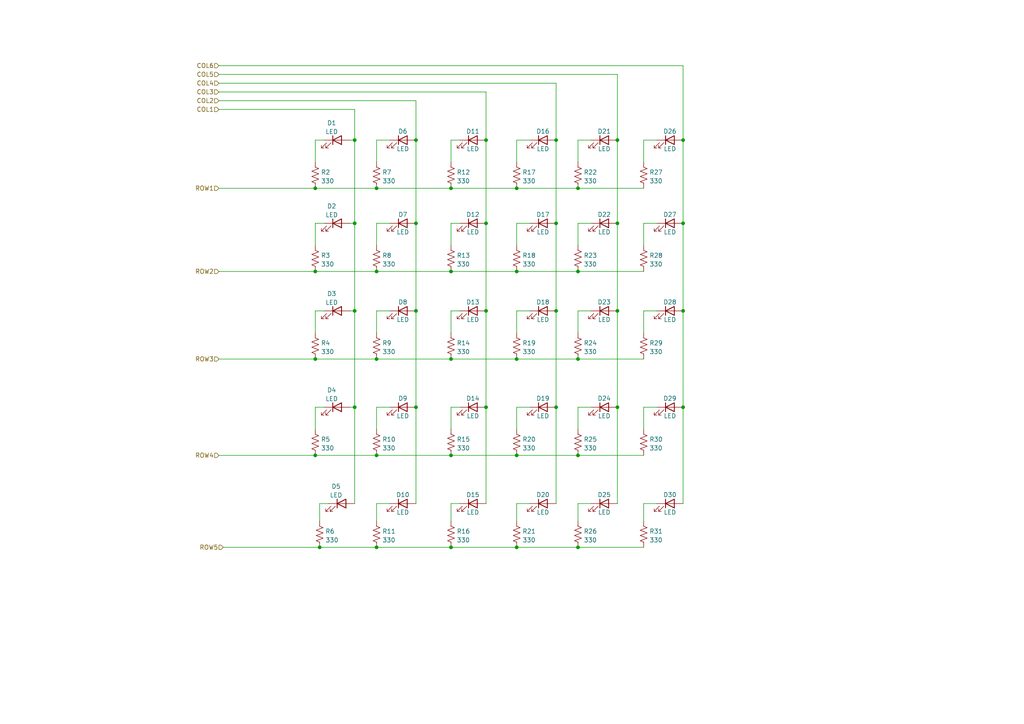
<source format=kicad_sch>
(kicad_sch (version 20211123) (generator eeschema)
  (paper "A4")
  (lib_symbols
    (symbol "Device:LED" (pin_numbers hide) (pin_names (offset 1.016) hide)
      (property "Reference" "D" (at 0 2.54 0))
      (property "Value" "LED" (at 0 -2.54 0))
      (symbol "LED_0_1"
        (polyline (pts (xy -1.27 -1.27) (xy -1.27 1.27)) (stroke (width 0.254)))
        (polyline (pts (xy -1.27 0) (xy 1.27 0)))
        (polyline (pts (xy 1.27 -1.27) (xy 1.27 1.27) (xy -1.27 0) (xy 1.27 -1.27)) (stroke (width 0.254)))
        (polyline (pts (xy -3.048 -0.762) (xy -4.572 -2.286) (xy -3.81 -2.286) (xy -4.572 -2.286) (xy -4.572 -1.524)))
        (polyline (pts (xy -1.778 -0.762) (xy -3.302 -2.286) (xy -2.54 -2.286) (xy -3.302 -2.286) (xy -3.302 -1.524)))
      )
      (symbol "LED_1_1"
        (pin passive line (at -3.81 0 0) (length 2.54) (name "K") (number "1"))
        (pin passive line (at 3.81 0 180) (length 2.54) (name "A") (number "2"))
      )
    )
    (symbol "Device:R_US" (pin_numbers hide) (pin_names (offset 0))
      (property "Reference" "R" (at 2.54 0 90))
      (property "Value" "R_US" (at -2.54 0 90))
      (symbol "R_US_0_1"
        (polyline (pts (xy 0 -2.286) (xy 0 -2.54)))
        (polyline (pts (xy 0 2.286) (xy 0 2.54)))
        (polyline (pts (xy 0 -0.762) (xy 1.016 -1.143) (xy 0 -1.524) (xy -1.016 -1.905) (xy 0 -2.286)))
        (polyline (pts (xy 0 0.762) (xy 1.016 0.381) (xy 0 0) (xy -1.016 -0.381) (xy 0 -0.762)))
        (polyline (pts (xy 0 2.286) (xy 1.016 1.905) (xy 0 1.524) (xy -1.016 1.143) (xy 0 0.762)))
      )
      (symbol "R_US_1_1"
        (pin passive line (at 0 3.81 270) (length 1.27) (name "~") (number "1"))
        (pin passive line (at 0 -3.81 90) (length 1.27) (name "~") (number "2"))
      )
    )
  )
  (junction (at 140.97 90.17))
  (junction (at 161.29 64.77))
  (junction (at 149.86 158.75))
  (junction (at 140.97 118.11))
  (junction (at 130.81 132.08))
  (junction (at 179.07 64.77))
  (junction (at 198.12 118.11))
  (junction (at 161.29 118.11))
  (junction (at 179.07 118.11))
  (junction (at 161.29 90.17))
  (junction (at 91.44 78.74))
  (junction (at 91.44 54.61))
  (junction (at 130.81 104.14))
  (junction (at 120.65 40.64))
  (junction (at 102.87 40.64))
  (junction (at 140.97 40.64))
  (junction (at 109.22 104.14))
  (junction (at 167.64 132.08))
  (junction (at 91.44 104.14))
  (junction (at 167.64 78.74))
  (junction (at 167.64 158.75))
  (junction (at 149.86 54.61))
  (junction (at 109.22 158.75))
  (junction (at 91.44 132.08))
  (junction (at 102.87 118.11))
  (junction (at 167.64 104.14))
  (junction (at 149.86 132.08))
  (junction (at 130.81 158.75))
  (junction (at 130.81 54.61))
  (junction (at 149.86 78.74))
  (junction (at 198.12 40.64))
  (junction (at 109.22 54.61))
  (junction (at 167.64 54.61))
  (junction (at 102.87 90.17))
  (junction (at 198.12 90.17))
  (junction (at 120.65 118.11))
  (junction (at 102.87 64.77))
  (junction (at 179.07 90.17))
  (junction (at 149.86 104.14))
  (junction (at 120.65 90.17))
  (junction (at 120.65 64.77))
  (junction (at 130.81 78.74))
  (junction (at 179.07 40.64))
  (junction (at 109.22 132.08))
  (junction (at 161.29 40.64))
  (junction (at 198.12 64.77))
  (junction (at 92.71 158.75))
  (junction (at 140.97 64.77))
  (junction (at 109.22 78.74))
  (wire (pts (xy 161.29 90.17) (xy 161.29 118.11)))
  (wire (pts (xy 91.44 64.77) (xy 91.44 71.12)))
  (wire (pts (xy 161.29 64.77) (xy 161.29 90.17)))
  (wire (pts (xy 120.65 118.11) (xy 120.65 146.05)))
  (wire (pts (xy 102.87 40.64) (xy 102.87 64.77)))
  (wire (pts (xy 140.97 64.77) (xy 140.97 90.17)))
  (wire (pts (xy 153.67 146.05) (xy 149.86 146.05)))
  (wire (pts (xy 109.22 78.74) (xy 130.81 78.74)))
  (wire (pts (xy 198.12 90.17) (xy 198.12 118.11)))
  (wire (pts (xy 113.03 118.11) (xy 109.22 118.11)))
  (wire (pts (xy 161.29 24.13) (xy 161.29 40.64)))
  (wire (pts (xy 167.64 64.77) (xy 167.64 71.12)))
  (wire (pts (xy 171.45 146.05) (xy 167.64 146.05)))
  (wire (pts (xy 198.12 19.05) (xy 198.12 40.64)))
  (wire (pts (xy 133.35 118.11) (xy 130.81 118.11)))
  (wire (pts (xy 171.45 118.11) (xy 167.64 118.11)))
  (wire (pts (xy 153.67 40.64) (xy 149.86 40.64)))
  (wire (pts (xy 93.98 64.77) (xy 91.44 64.77)))
  (wire (pts (xy 113.03 90.17) (xy 109.22 90.17)))
  (wire (pts (xy 91.44 40.64) (xy 91.44 46.99)))
  (wire (pts (xy 190.5 90.17) (xy 186.69 90.17)))
  (wire (pts (xy 93.98 90.17) (xy 91.44 90.17)))
  (wire (pts (xy 133.35 64.77) (xy 130.81 64.77)))
  (wire (pts (xy 198.12 118.11) (xy 198.12 146.05)))
  (wire (pts (xy 113.03 146.05) (xy 109.22 146.05)))
  (wire (pts (xy 198.12 40.64) (xy 198.12 64.77)))
  (wire (pts (xy 167.64 104.14) (xy 149.86 104.14)))
  (wire (pts (xy 93.98 40.64) (xy 91.44 40.64)))
  (wire (pts (xy 149.86 64.77) (xy 149.86 71.12)))
  (wire (pts (xy 130.81 104.14) (xy 109.22 104.14)))
  (wire (pts (xy 190.5 64.77) (xy 186.69 64.77)))
  (wire (pts (xy 186.69 40.64) (xy 186.69 46.99)))
  (wire (pts (xy 63.5 24.13) (xy 161.29 24.13)))
  (wire (pts (xy 161.29 40.64) (xy 161.29 64.77)))
  (wire (pts (xy 91.44 132.08) (xy 109.22 132.08)))
  (wire (pts (xy 109.22 64.77) (xy 109.22 71.12)))
  (wire (pts (xy 63.5 78.74) (xy 91.44 78.74)))
  (wire (pts (xy 63.5 21.59) (xy 179.07 21.59)))
  (wire (pts (xy 167.64 78.74) (xy 186.69 78.74)))
  (wire (pts (xy 102.87 40.64) (xy 101.6 40.64)))
  (wire (pts (xy 63.5 26.67) (xy 140.97 26.67)))
  (wire (pts (xy 130.81 40.64) (xy 130.81 46.99)))
  (wire (pts (xy 161.29 118.11) (xy 161.29 146.05)))
  (wire (pts (xy 149.86 146.05) (xy 149.86 151.13)))
  (wire (pts (xy 93.98 118.11) (xy 91.44 118.11)))
  (wire (pts (xy 153.67 90.17) (xy 149.86 90.17)))
  (wire (pts (xy 130.81 146.05) (xy 130.81 151.13)))
  (wire (pts (xy 190.5 40.64) (xy 186.69 40.64)))
  (wire (pts (xy 179.07 118.11) (xy 179.07 146.05)))
  (wire (pts (xy 186.69 146.05) (xy 186.69 151.13)))
  (wire (pts (xy 130.81 64.77) (xy 130.81 71.12)))
  (wire (pts (xy 113.03 64.77) (xy 109.22 64.77)))
  (wire (pts (xy 109.22 54.61) (xy 130.81 54.61)))
  (wire (pts (xy 167.64 132.08) (xy 186.69 132.08)))
  (wire (pts (xy 92.71 146.05) (xy 92.71 151.13)))
  (wire (pts (xy 167.64 158.75) (xy 186.69 158.75)))
  (wire (pts (xy 109.22 132.08) (xy 130.81 132.08)))
  (wire (pts (xy 186.69 118.11) (xy 186.69 124.46)))
  (wire (pts (xy 167.64 90.17) (xy 167.64 96.52)))
  (wire (pts (xy 102.87 64.77) (xy 101.6 64.77)))
  (wire (pts (xy 171.45 64.77) (xy 167.64 64.77)))
  (wire (pts (xy 109.22 40.64) (xy 109.22 46.99)))
  (wire (pts (xy 186.69 104.14) (xy 167.64 104.14)))
  (wire (pts (xy 140.97 40.64) (xy 140.97 64.77)))
  (wire (pts (xy 102.87 31.75) (xy 102.87 40.64)))
  (wire (pts (xy 102.87 118.11) (xy 101.6 118.11)))
  (wire (pts (xy 109.22 118.11) (xy 109.22 124.46)))
  (wire (pts (xy 171.45 40.64) (xy 167.64 40.64)))
  (wire (pts (xy 190.5 146.05) (xy 186.69 146.05)))
  (wire (pts (xy 130.81 158.75) (xy 149.86 158.75)))
  (wire (pts (xy 179.07 90.17) (xy 179.07 118.11)))
  (wire (pts (xy 102.87 118.11) (xy 102.87 146.05)))
  (wire (pts (xy 149.86 90.17) (xy 149.86 96.52)))
  (wire (pts (xy 120.65 40.64) (xy 120.65 64.77)))
  (wire (pts (xy 140.97 26.67) (xy 140.97 40.64)))
  (wire (pts (xy 149.86 118.11) (xy 149.86 124.46)))
  (wire (pts (xy 167.64 40.64) (xy 167.64 46.99)))
  (wire (pts (xy 63.5 54.61) (xy 91.44 54.61)))
  (wire (pts (xy 171.45 90.17) (xy 167.64 90.17)))
  (wire (pts (xy 179.07 40.64) (xy 179.07 64.77)))
  (wire (pts (xy 186.69 64.77) (xy 186.69 71.12)))
  (wire (pts (xy 130.81 132.08) (xy 149.86 132.08)))
  (wire (pts (xy 179.07 64.77) (xy 179.07 90.17)))
  (wire (pts (xy 167.64 146.05) (xy 167.64 151.13)))
  (wire (pts (xy 179.07 21.59) (xy 179.07 40.64)))
  (wire (pts (xy 149.86 40.64) (xy 149.86 46.99)))
  (wire (pts (xy 149.86 158.75) (xy 167.64 158.75)))
  (wire (pts (xy 149.86 104.14) (xy 130.81 104.14)))
  (wire (pts (xy 153.67 64.77) (xy 149.86 64.77)))
  (wire (pts (xy 102.87 90.17) (xy 101.6 90.17)))
  (wire (pts (xy 130.81 90.17) (xy 130.81 96.52)))
  (wire (pts (xy 113.03 40.64) (xy 109.22 40.64)))
  (wire (pts (xy 91.44 90.17) (xy 91.44 96.52)))
  (wire (pts (xy 198.12 64.77) (xy 198.12 90.17)))
  (wire (pts (xy 130.81 78.74) (xy 149.86 78.74)))
  (wire (pts (xy 63.5 104.14) (xy 91.44 104.14)))
  (wire (pts (xy 109.22 146.05) (xy 109.22 151.13)))
  (wire (pts (xy 186.69 90.17) (xy 186.69 96.52)))
  (wire (pts (xy 140.97 118.11) (xy 140.97 146.05)))
  (wire (pts (xy 149.86 54.61) (xy 167.64 54.61)))
  (wire (pts (xy 120.65 90.17) (xy 120.65 118.11)))
  (wire (pts (xy 102.87 64.77) (xy 102.87 90.17)))
  (wire (pts (xy 130.81 54.61) (xy 149.86 54.61)))
  (wire (pts (xy 63.5 19.05) (xy 198.12 19.05)))
  (wire (pts (xy 109.22 158.75) (xy 130.81 158.75)))
  (wire (pts (xy 91.44 118.11) (xy 91.44 124.46)))
  (wire (pts (xy 120.65 64.77) (xy 120.65 90.17)))
  (wire (pts (xy 153.67 118.11) (xy 149.86 118.11)))
  (wire (pts (xy 102.87 90.17) (xy 102.87 118.11)))
  (wire (pts (xy 120.65 29.21) (xy 120.65 40.64)))
  (wire (pts (xy 91.44 78.74) (xy 109.22 78.74)))
  (wire (pts (xy 149.86 132.08) (xy 167.64 132.08)))
  (wire (pts (xy 149.86 78.74) (xy 167.64 78.74)))
  (wire (pts (xy 92.71 158.75) (xy 109.22 158.75)))
  (wire (pts (xy 64.77 158.75) (xy 92.71 158.75)))
  (wire (pts (xy 95.25 146.05) (xy 92.71 146.05)))
  (wire (pts (xy 133.35 146.05) (xy 130.81 146.05)))
  (wire (pts (xy 133.35 90.17) (xy 130.81 90.17)))
  (wire (pts (xy 109.22 90.17) (xy 109.22 96.52)))
  (wire (pts (xy 91.44 54.61) (xy 109.22 54.61)))
  (wire (pts (xy 133.35 40.64) (xy 130.81 40.64)))
  (wire (pts (xy 130.81 118.11) (xy 130.81 124.46)))
  (wire (pts (xy 109.22 104.14) (xy 91.44 104.14)))
  (wire (pts (xy 63.5 132.08) (xy 91.44 132.08)))
  (wire (pts (xy 63.5 31.75) (xy 102.87 31.75)))
  (wire (pts (xy 140.97 90.17) (xy 140.97 118.11)))
  (wire (pts (xy 190.5 118.11) (xy 186.69 118.11)))
  (wire (pts (xy 63.5 29.21) (xy 120.65 29.21)))
  (wire (pts (xy 167.64 54.61) (xy 186.69 54.61)))
  (wire (pts (xy 167.64 118.11) (xy 167.64 124.46)))
  (hierarchical_label "COL6" (shape input) (at 63.5 19.05 180))
  (hierarchical_label "COL2" (shape input) (at 63.5 29.21 180))
  (hierarchical_label "ROW4" (shape input) (at 63.5 132.08 180))
  (hierarchical_label "COL4" (shape input) (at 63.5 24.13 180))
  (hierarchical_label "COL3" (shape input) (at 63.5 26.67 180))
  (hierarchical_label "COL5" (shape input) (at 63.5 21.59 180))
  (hierarchical_label "COL1" (shape input) (at 63.5 31.75 180))
  (hierarchical_label "ROW5" (shape input) (at 64.77 158.75 180))
  (hierarchical_label "ROW2" (shape input) (at 63.5 78.74 180))
  (hierarchical_label "ROW1" (shape input) (at 63.5 54.61 180))
  (hierarchical_label "ROW3" (shape input) (at 63.5 104.14 180))
  (symbol (lib_id "Device:LED") (at 97.79 118.11 0) (unit 1)
    (property "Reference" "D4" (at 96.2025 113.1402 0))
    (property "Value" "LED" (at 96.2025 115.6771 0))
    (property "Footprint" "LED_THT:LED_D5.0mm" (effects hide))
  )
  (symbol (lib_id "Device:R_US") (at 109.22 100.33 0) (unit 1)
    (property "Reference" "R9" (at 110.871 99.4953 0) (effects (justify left)))
    (property "Value" "330" (at 110.871 102.0322 0) (effects (justify left)))
    (property "Footprint" "Resistor_THT:R_Axial_DIN0207_L6.3mm_D2.5mm_P7.62mm_Horizontal" (effects hide))
  )
  (symbol (lib_id "Device:R_US") (at 167.64 100.33 0) (unit 1)
    (property "Reference" "R24" (at 169.291 99.4953 0) (effects (justify left)))
    (property "Value" "330" (at 169.291 102.0322 0) (effects (justify left)))
    (property "Footprint" "Resistor_THT:R_Axial_DIN0207_L6.3mm_D2.5mm_P7.62mm_Horizontal" (effects hide))
  )
  (symbol (lib_id "Device:LED") (at 157.48 90.17 0) (unit 1)
    (property "Reference" "D18" (at 157.48 87.63 0))
    (property "Value" "LED" (at 157.48 92.71 0))
    (property "Footprint" "LED_THT:LED_D5.0mm" (effects hide))
  )
  (symbol (lib_id "Device:R_US") (at 109.22 74.93 0) (unit 1)
    (property "Reference" "R8" (at 110.871 74.0953 0) (effects (justify left)))
    (property "Value" "330" (at 110.871 76.6322 0) (effects (justify left)))
    (property "Footprint" "Resistor_THT:R_Axial_DIN0207_L6.3mm_D2.5mm_P7.62mm_Horizontal" (effects hide))
  )
  (symbol (lib_id "Device:LED") (at 194.31 64.77 0) (unit 1)
    (property "Reference" "D27" (at 194.31 62.23 0))
    (property "Value" "LED" (at 194.31 67.31 0))
    (property "Footprint" "LED_THT:LED_D5.0mm" (effects hide))
  )
  (symbol (lib_id "Device:LED") (at 157.48 64.77 0) (unit 1)
    (property "Reference" "D17" (at 157.48 62.23 0))
    (property "Value" "LED" (at 157.48 67.31 0))
    (property "Footprint" "LED_THT:LED_D5.0mm" (effects hide))
  )
  (symbol (lib_id "Device:R_US") (at 186.69 100.33 0) (unit 1)
    (property "Reference" "R29" (at 188.341 99.4953 0) (effects (justify left)))
    (property "Value" "330" (at 188.341 102.0322 0) (effects (justify left)))
    (property "Footprint" "Resistor_THT:R_Axial_DIN0207_L6.3mm_D2.5mm_P7.62mm_Horizontal" (effects hide))
  )
  (symbol (lib_id "Device:R_US") (at 149.86 128.27 0) (unit 1)
    (property "Reference" "R20" (at 151.511 127.4353 0) (effects (justify left)))
    (property "Value" "330" (at 151.511 129.9722 0) (effects (justify left)))
    (property "Footprint" "Resistor_THT:R_Axial_DIN0207_L6.3mm_D2.5mm_P7.62mm_Horizontal" (effects hide))
  )
  (symbol (lib_id "Device:LED") (at 99.06 146.05 0) (unit 1)
    (property "Reference" "D5" (at 97.4725 141.0802 0))
    (property "Value" "LED" (at 97.4725 143.6171 0))
    (property "Footprint" "LED_THT:LED_D5.0mm" (effects hide))
  )
  (symbol (lib_id "Device:R_US") (at 186.69 128.27 0) (unit 1)
    (property "Reference" "R30" (at 188.341 127.4353 0) (effects (justify left)))
    (property "Value" "330" (at 188.341 129.9722 0) (effects (justify left)))
    (property "Footprint" "Resistor_THT:R_Axial_DIN0207_L6.3mm_D2.5mm_P7.62mm_Horizontal" (effects hide))
  )
  (symbol (lib_id "Device:R_US") (at 167.64 128.27 0) (unit 1)
    (property "Reference" "R25" (at 169.291 127.4353 0) (effects (justify left)))
    (property "Value" "330" (at 169.291 129.9722 0) (effects (justify left)))
    (property "Footprint" "Resistor_THT:R_Axial_DIN0207_L6.3mm_D2.5mm_P7.62mm_Horizontal" (effects hide))
  )
  (symbol (lib_id "Device:R_US") (at 130.81 100.33 0) (unit 1)
    (property "Reference" "R14" (at 132.461 99.4953 0) (effects (justify left)))
    (property "Value" "330" (at 132.461 102.0322 0) (effects (justify left)))
    (property "Footprint" "Resistor_THT:R_Axial_DIN0207_L6.3mm_D2.5mm_P7.62mm_Horizontal" (effects hide))
  )
  (symbol (lib_id "Device:R_US") (at 149.86 74.93 0) (unit 1)
    (property "Reference" "R18" (at 151.511 74.0953 0) (effects (justify left)))
    (property "Value" "330" (at 151.511 76.6322 0) (effects (justify left)))
    (property "Footprint" "Resistor_THT:R_Axial_DIN0207_L6.3mm_D2.5mm_P7.62mm_Horizontal" (effects hide))
  )
  (symbol (lib_id "Device:R_US") (at 149.86 50.8 0) (unit 1)
    (property "Reference" "R17" (at 151.511 49.9653 0) (effects (justify left)))
    (property "Value" "330" (at 151.511 52.5022 0) (effects (justify left)))
    (property "Footprint" "Resistor_THT:R_Axial_DIN0207_L6.3mm_D2.5mm_P7.62mm_Horizontal" (effects hide))
  )
  (symbol (lib_id "Device:LED") (at 157.48 40.64 0) (unit 1)
    (property "Reference" "D16" (at 157.48 38.1 0))
    (property "Value" "LED" (at 157.48 43.18 0))
    (property "Footprint" "LED_THT:LED_D5.0mm" (effects hide))
  )
  (symbol (lib_id "Device:LED") (at 194.31 146.05 0) (unit 1)
    (property "Reference" "D30" (at 194.31 143.51 0))
    (property "Value" "LED" (at 194.31 148.59 0))
    (property "Footprint" "LED_THT:LED_D5.0mm" (effects hide))
  )
  (symbol (lib_id "Device:LED") (at 137.16 90.17 0) (unit 1)
    (property "Reference" "D13" (at 137.16 87.63 0))
    (property "Value" "LED" (at 137.16 92.71 0))
    (property "Footprint" "LED_THT:LED_D5.0mm" (effects hide))
  )
  (symbol (lib_id "Device:LED") (at 116.84 64.77 0) (unit 1)
    (property "Reference" "D7" (at 116.84 62.23 0))
    (property "Value" "LED" (at 116.84 67.31 0))
    (property "Footprint" "LED_THT:LED_D5.0mm" (effects hide))
  )
  (symbol (lib_id "Device:R_US") (at 186.69 50.8 0) (unit 1)
    (property "Reference" "R27" (at 188.341 49.9653 0) (effects (justify left)))
    (property "Value" "330" (at 188.341 52.5022 0) (effects (justify left)))
    (property "Footprint" "Resistor_THT:R_Axial_DIN0207_L6.3mm_D2.5mm_P7.62mm_Horizontal" (effects hide))
  )
  (symbol (lib_id "Device:R_US") (at 91.44 100.33 0) (unit 1)
    (property "Reference" "R4" (at 93.091 99.4953 0) (effects (justify left)))
    (property "Value" "330" (at 93.091 102.0322 0) (effects (justify left)))
    (property "Footprint" "Resistor_THT:R_Axial_DIN0207_L6.3mm_D2.5mm_P7.62mm_Horizontal" (effects hide))
  )
  (symbol (lib_id "Device:LED") (at 194.31 90.17 0) (unit 1)
    (property "Reference" "D28" (at 194.31 87.63 0))
    (property "Value" "LED" (at 194.31 92.71 0))
    (property "Footprint" "LED_THT:LED_D5.0mm" (effects hide))
  )
  (symbol (lib_id "Device:LED") (at 175.26 90.17 0) (unit 1)
    (property "Reference" "D23" (at 175.26 87.63 0))
    (property "Value" "LED" (at 175.26 92.71 0))
    (property "Footprint" "LED_THT:LED_D5.0mm" (effects hide))
  )
  (symbol (lib_id "Device:LED") (at 97.79 90.17 0) (unit 1)
    (property "Reference" "D3" (at 96.2025 85.2002 0))
    (property "Value" "LED" (at 96.2025 87.7371 0))
    (property "Footprint" "LED_THT:LED_D5.0mm" (effects hide))
  )
  (symbol (lib_id "Device:LED") (at 137.16 40.64 0) (unit 1)
    (property "Reference" "D11" (at 137.16 38.1 0))
    (property "Value" "LED" (at 137.16 43.18 0))
    (property "Footprint" "LED_THT:LED_D5.0mm" (effects hide))
  )
  (symbol (lib_id "Device:R_US") (at 91.44 50.8 0) (unit 1)
    (property "Reference" "R2" (at 93.091 49.9653 0) (effects (justify left)))
    (property "Value" "330" (at 93.091 52.5022 0) (effects (justify left)))
    (property "Footprint" "Resistor_THT:R_Axial_DIN0207_L6.3mm_D2.5mm_P7.62mm_Horizontal" (effects hide))
  )
  (symbol (lib_id "Device:R_US") (at 130.81 154.94 0) (unit 1)
    (property "Reference" "R16" (at 132.461 154.1053 0) (effects (justify left)))
    (property "Value" "330" (at 132.461 156.6422 0) (effects (justify left)))
    (property "Footprint" "Resistor_THT:R_Axial_DIN0207_L6.3mm_D2.5mm_P7.62mm_Horizontal" (effects hide))
  )
  (symbol (lib_id "Device:LED") (at 194.31 40.64 0) (unit 1)
    (property "Reference" "D26" (at 194.31 38.1 0))
    (property "Value" "LED" (at 194.31 43.18 0))
    (property "Footprint" "LED_THT:LED_D5.0mm" (effects hide))
  )
  (symbol (lib_id "Device:LED") (at 97.79 64.77 0) (unit 1)
    (property "Reference" "D2" (at 96.2025 59.8002 0))
    (property "Value" "LED" (at 96.2025 62.3371 0))
    (property "Footprint" "LED_THT:LED_D5.0mm" (effects hide))
  )
  (symbol (lib_id "Device:R_US") (at 130.81 128.27 0) (unit 1)
    (property "Reference" "R15" (at 132.461 127.4353 0) (effects (justify left)))
    (property "Value" "330" (at 132.461 129.9722 0) (effects (justify left)))
    (property "Footprint" "Resistor_THT:R_Axial_DIN0207_L6.3mm_D2.5mm_P7.62mm_Horizontal" (effects hide))
  )
  (symbol (lib_id "Device:LED") (at 137.16 146.05 0) (unit 1)
    (property "Reference" "D15" (at 137.16 143.51 0))
    (property "Value" "LED" (at 137.16 148.59 0))
    (property "Footprint" "LED_THT:LED_D5.0mm" (effects hide))
  )
  (symbol (lib_id "Device:R_US") (at 167.64 50.8 0) (unit 1)
    (property "Reference" "R22" (at 169.291 49.9653 0) (effects (justify left)))
    (property "Value" "330" (at 169.291 52.5022 0) (effects (justify left)))
    (property "Footprint" "Resistor_THT:R_Axial_DIN0207_L6.3mm_D2.5mm_P7.62mm_Horizontal" (effects hide))
  )
  (symbol (lib_id "Device:LED") (at 157.48 146.05 0) (unit 1)
    (property "Reference" "D20" (at 157.48 143.51 0))
    (property "Value" "LED" (at 157.48 148.59 0))
    (property "Footprint" "LED_THT:LED_D5.0mm" (effects hide))
  )
  (symbol (lib_id "Device:R_US") (at 167.64 154.94 0) (unit 1)
    (property "Reference" "R26" (at 169.291 154.1053 0) (effects (justify left)))
    (property "Value" "330" (at 169.291 156.6422 0) (effects (justify left)))
    (property "Footprint" "Resistor_THT:R_Axial_DIN0207_L6.3mm_D2.5mm_P7.62mm_Horizontal" (effects hide))
  )
  (symbol (lib_id "Device:LED") (at 116.84 146.05 0) (unit 1)
    (property "Reference" "D10" (at 116.84 143.51 0))
    (property "Value" "LED" (at 116.84 148.59 0))
    (property "Footprint" "LED_THT:LED_D5.0mm" (effects hide))
  )
  (symbol (lib_id "Device:LED") (at 194.31 118.11 0) (unit 1)
    (property "Reference" "D29" (at 194.31 115.57 0))
    (property "Value" "LED" (at 194.31 120.65 0))
    (property "Footprint" "LED_THT:LED_D5.0mm" (effects hide))
  )
  (symbol (lib_id "Device:R_US") (at 130.81 50.8 0) (unit 1)
    (property "Reference" "R12" (at 132.461 49.9653 0) (effects (justify left)))
    (property "Value" "330" (at 132.461 52.5022 0) (effects (justify left)))
    (property "Footprint" "Resistor_THT:R_Axial_DIN0207_L6.3mm_D2.5mm_P7.62mm_Horizontal" (effects hide))
  )
  (symbol (lib_id "Device:R_US") (at 130.81 74.93 0) (unit 1)
    (property "Reference" "R13" (at 132.461 74.0953 0) (effects (justify left)))
    (property "Value" "330" (at 132.461 76.6322 0) (effects (justify left)))
    (property "Footprint" "Resistor_THT:R_Axial_DIN0207_L6.3mm_D2.5mm_P7.62mm_Horizontal" (effects hide))
  )
  (symbol (lib_id "Device:LED") (at 157.48 118.11 0) (unit 1)
    (property "Reference" "D19" (at 157.48 115.57 0))
    (property "Value" "LED" (at 157.48 120.65 0))
    (property "Footprint" "LED_THT:LED_D5.0mm" (effects hide))
  )
  (symbol (lib_id "Device:LED") (at 116.84 118.11 0) (unit 1)
    (property "Reference" "D9" (at 116.84 115.57 0))
    (property "Value" "LED" (at 116.84 120.65 0))
    (property "Footprint" "LED_THT:LED_D5.0mm" (effects hide))
  )
  (symbol (lib_id "Device:LED") (at 137.16 64.77 0) (unit 1)
    (property "Reference" "D12" (at 137.16 62.23 0))
    (property "Value" "LED" (at 137.16 67.31 0))
    (property "Footprint" "LED_THT:LED_D5.0mm" (effects hide))
  )
  (symbol (lib_id "Device:R_US") (at 91.44 128.27 0) (unit 1)
    (property "Reference" "R5" (at 93.091 127.4353 0) (effects (justify left)))
    (property "Value" "330" (at 93.091 129.9722 0) (effects (justify left)))
    (property "Footprint" "Resistor_THT:R_Axial_DIN0207_L6.3mm_D2.5mm_P7.62mm_Horizontal" (effects hide))
  )
  (symbol (lib_id "Device:LED") (at 137.16 118.11 0) (unit 1)
    (property "Reference" "D14" (at 137.16 115.57 0))
    (property "Value" "LED" (at 137.16 120.65 0))
    (property "Footprint" "LED_THT:LED_D5.0mm" (effects hide))
  )
  (symbol (lib_id "Device:R_US") (at 109.22 50.8 0) (unit 1)
    (property "Reference" "R7" (at 110.871 49.9653 0) (effects (justify left)))
    (property "Value" "330" (at 110.871 52.5022 0) (effects (justify left)))
    (property "Footprint" "Resistor_THT:R_Axial_DIN0207_L6.3mm_D2.5mm_P7.62mm_Horizontal" (effects hide))
  )
  (symbol (lib_id "Device:LED") (at 175.26 40.64 0) (unit 1)
    (property "Reference" "D21" (at 175.26 38.1 0))
    (property "Value" "LED" (at 175.26 43.18 0))
    (property "Footprint" "LED_THT:LED_D5.0mm" (effects hide))
  )
  (symbol (lib_id "Device:LED") (at 97.79 40.64 0) (unit 1)
    (property "Reference" "D1" (at 96.2025 35.6702 0))
    (property "Value" "LED" (at 96.2025 38.2071 0))
    (property "Footprint" "LED_THT:LED_D5.0mm" (effects hide))
  )
  (symbol (lib_id "Device:LED") (at 175.26 64.77 0) (unit 1)
    (property "Reference" "D22" (at 175.26 62.23 0))
    (property "Value" "LED" (at 175.26 67.31 0))
    (property "Footprint" "LED_THT:LED_D5.0mm" (effects hide))
  )
  (symbol (lib_id "Device:R_US") (at 109.22 128.27 0) (unit 1)
    (property "Reference" "R10" (at 110.871 127.4353 0) (effects (justify left)))
    (property "Value" "330" (at 110.871 129.9722 0) (effects (justify left)))
    (property "Footprint" "Resistor_THT:R_Axial_DIN0207_L6.3mm_D2.5mm_P7.62mm_Horizontal" (effects hide))
  )
  (symbol (lib_id "Device:R_US") (at 149.86 100.33 0) (unit 1)
    (property "Reference" "R19" (at 151.511 99.4953 0) (effects (justify left)))
    (property "Value" "330" (at 151.511 102.0322 0) (effects (justify left)))
    (property "Footprint" "Resistor_THT:R_Axial_DIN0207_L6.3mm_D2.5mm_P7.62mm_Horizontal" (effects hide))
  )
  (symbol (lib_id "Device:R_US") (at 186.69 74.93 0) (unit 1)
    (property "Reference" "R28" (at 188.341 74.0953 0) (effects (justify left)))
    (property "Value" "330" (at 188.341 76.6322 0) (effects (justify left)))
    (property "Footprint" "Resistor_THT:R_Axial_DIN0207_L6.3mm_D2.5mm_P7.62mm_Horizontal" (effects hide))
  )
  (symbol (lib_id "Device:R_US") (at 149.86 154.94 0) (unit 1)
    (property "Reference" "R21" (at 151.511 154.1053 0) (effects (justify left)))
    (property "Value" "330" (at 151.511 156.6422 0) (effects (justify left)))
    (property "Footprint" "Resistor_THT:R_Axial_DIN0207_L6.3mm_D2.5mm_P7.62mm_Horizontal" (effects hide))
  )
  (symbol (lib_id "Device:LED") (at 116.84 90.17 0) (unit 1)
    (property "Reference" "D8" (at 116.84 87.63 0))
    (property "Value" "LED" (at 116.84 92.71 0))
    (property "Footprint" "LED_THT:LED_D5.0mm" (effects hide))
  )
  (symbol (lib_id "Device:R_US") (at 167.64 74.93 0) (unit 1)
    (property "Reference" "R23" (at 169.291 74.0953 0) (effects (justify left)))
    (property "Value" "330" (at 169.291 76.6322 0) (effects (justify left)))
    (property "Footprint" "Resistor_THT:R_Axial_DIN0207_L6.3mm_D2.5mm_P7.62mm_Horizontal" (effects hide))
  )
  (symbol (lib_id "Device:LED") (at 175.26 118.11 0) (unit 1)
    (property "Reference" "D24" (at 175.26 115.57 0))
    (property "Value" "LED" (at 175.26 120.65 0))
    (property "Footprint" "LED_THT:LED_D5.0mm" (effects hide))
  )
  (symbol (lib_id "Device:R_US") (at 186.69 154.94 0) (unit 1)
    (property "Reference" "R31" (at 188.341 154.1053 0) (effects (justify left)))
    (property "Value" "330" (at 188.341 156.6422 0) (effects (justify left)))
    (property "Footprint" "Resistor_THT:R_Axial_DIN0207_L6.3mm_D2.5mm_P7.62mm_Horizontal" (effects hide))
  )
  (symbol (lib_id "Device:R_US") (at 92.71 154.94 0) (unit 1)
    (property "Reference" "R6" (at 94.361 154.1053 0) (effects (justify left)))
    (property "Value" "330" (at 94.361 156.6422 0) (effects (justify left)))
    (property "Footprint" "Resistor_THT:R_Axial_DIN0207_L6.3mm_D2.5mm_P7.62mm_Horizontal" (effects hide))
  )
  (symbol (lib_id "Device:LED") (at 175.26 146.05 0) (unit 1)
    (property "Reference" "D25" (at 175.26 143.51 0))
    (property "Value" "LED" (at 175.26 148.59 0))
    (property "Footprint" "LED_THT:LED_D5.0mm" (effects hide))
  )
  (symbol (lib_id "Device:R_US") (at 91.44 74.93 0) (unit 1)
    (property "Reference" "R3" (at 93.091 74.0953 0) (effects (justify left)))
    (property "Value" "330" (at 93.091 76.6322 0) (effects (justify left)))
    (property "Footprint" "Resistor_THT:R_Axial_DIN0207_L6.3mm_D2.5mm_P7.62mm_Horizontal" (effects hide))
  )
  (symbol (lib_id "Device:R_US") (at 109.22 154.94 0) (unit 1)
    (property "Reference" "R11" (at 110.871 154.1053 0) (effects (justify left)))
    (property "Value" "330" (at 110.871 156.6422 0) (effects (justify left)))
    (property "Footprint" "Resistor_THT:R_Axial_DIN0207_L6.3mm_D2.5mm_P7.62mm_Horizontal" (effects hide))
  )
  (symbol (lib_id "Device:LED") (at 116.84 40.64 0) (unit 1)
    (property "Reference" "D6" (at 116.84 38.1 0))
    (property "Value" "LED" (at 116.84 43.18 0))
    (property "Footprint" "LED_THT:LED_D5.0mm" (effects hide))
  )
)
</source>
